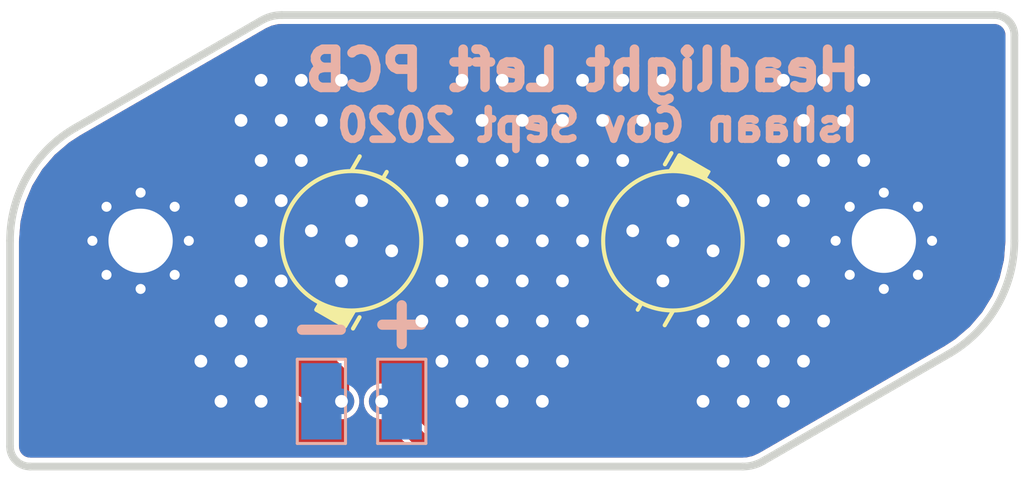
<source format=kicad_pcb>
(kicad_pcb (version 20171130) (host pcbnew "(5.1.4)-1")

  (general
    (thickness 1.6)
    (drawings 16)
    (tracks 106)
    (zones 0)
    (modules 6)
    (nets 5)
  )

  (page A4)
  (layers
    (0 F.Cu signal)
    (31 B.Cu signal)
    (32 B.Adhes user)
    (33 F.Adhes user)
    (34 B.Paste user)
    (35 F.Paste user)
    (36 B.SilkS user)
    (37 F.SilkS user)
    (38 B.Mask user)
    (39 F.Mask user)
    (40 Dwgs.User user)
    (41 Cmts.User user)
    (42 Eco1.User user)
    (43 Eco2.User user)
    (44 Edge.Cuts user)
    (45 Margin user)
    (46 B.CrtYd user)
    (47 F.CrtYd user)
    (48 B.Fab user)
    (49 F.Fab user)
  )

  (setup
    (last_trace_width 0.381)
    (user_trace_width 0.762)
    (trace_clearance 0.2032)
    (zone_clearance 0.254)
    (zone_45_only no)
    (trace_min 0.2032)
    (via_size 1.27)
    (via_drill 0.635)
    (via_min_size 0.635)
    (via_min_drill 0.381)
    (uvia_size 0.3)
    (uvia_drill 0.1)
    (uvias_allowed no)
    (uvia_min_size 0.2)
    (uvia_min_drill 0.1)
    (edge_width 0.05)
    (segment_width 0.2)
    (pcb_text_width 0.3)
    (pcb_text_size 1.5 1.5)
    (mod_edge_width 0.12)
    (mod_text_size 1 1)
    (mod_text_width 0.15)
    (pad_size 6.000001 6.000001)
    (pad_drill 0)
    (pad_to_mask_clearance 0.051)
    (solder_mask_min_width 0.25)
    (aux_axis_origin 0 0)
    (grid_origin 100 100)
    (visible_elements 7FFFFFFF)
    (pcbplotparams
      (layerselection 0x010fc_ffffffff)
      (usegerberextensions true)
      (usegerberattributes false)
      (usegerberadvancedattributes false)
      (creategerberjobfile true)
      (excludeedgelayer true)
      (linewidth 0.100000)
      (plotframeref false)
      (viasonmask false)
      (mode 1)
      (useauxorigin true)
      (hpglpennumber 1)
      (hpglpenspeed 20)
      (hpglpendiameter 15.000000)
      (psnegative false)
      (psa4output false)
      (plotreference false)
      (plotvalue false)
      (plotinvisibletext false)
      (padsonsilk false)
      (subtractmaskfromsilk false)
      (outputformat 1)
      (mirror false)
      (drillshape 0)
      (scaleselection 1)
      (outputdirectory "Headlight Left Gerbers 9-24-2244/"))
  )

  (net 0 "")
  (net 1 "Net-(D1-Pad1)")
  (net 2 /HEATSINK)
  (net 3 /A)
  (net 4 /K)

  (net_class Default "This is the default net class."
    (clearance 0.2032)
    (trace_width 0.381)
    (via_dia 1.27)
    (via_drill 0.635)
    (uvia_dia 0.3)
    (uvia_drill 0.1)
    (diff_pair_width 0.254)
    (diff_pair_gap 0.2032)
    (add_net /A)
    (add_net /HEATSINK)
    (add_net /K)
    (add_net "Net-(D1-Pad1)")
  )

  (module MountingHole:MountingHole_3.2mm_M3_Pad_Via (layer F.Cu) (tedit 5F65930B) (tstamp 5F65EF7B)
    (at 137 100)
    (descr "Mounting Hole 3.2mm, M3")
    (tags "mounting hole 3.2mm m3")
    (path /5F661358)
    (attr virtual)
    (fp_text reference H2 (at 0 -4.2) (layer F.SilkS) hide
      (effects (font (size 1 1) (thickness 0.15)))
    )
    (fp_text value M3 (at 0 4.2) (layer F.Fab) hide
      (effects (font (size 1 1) (thickness 0.15)))
    )
    (fp_circle (center 0 0) (end 3.45 0) (layer F.CrtYd) (width 0.05))
    (fp_circle (center 0 0) (end 3.2 0) (layer Cmts.User) (width 0.15))
    (fp_text user %R (at 0.3 0) (layer F.Fab) hide
      (effects (font (size 1 1) (thickness 0.15)))
    )
    (pad 1 thru_hole circle (at 1.697056 -1.697056) (size 0.8 0.8) (drill 0.5) (layers *.Cu *.Mask)
      (net 2 /HEATSINK))
    (pad 1 thru_hole circle (at 0 -2.4) (size 0.8 0.8) (drill 0.5) (layers *.Cu *.Mask)
      (net 2 /HEATSINK))
    (pad 1 thru_hole circle (at -1.697056 -1.697056) (size 0.8 0.8) (drill 0.5) (layers *.Cu *.Mask)
      (net 2 /HEATSINK))
    (pad 1 thru_hole circle (at -2.4 0) (size 0.8 0.8) (drill 0.5) (layers *.Cu *.Mask)
      (net 2 /HEATSINK))
    (pad 1 thru_hole circle (at -1.697056 1.697056) (size 0.8 0.8) (drill 0.5) (layers *.Cu *.Mask)
      (net 2 /HEATSINK))
    (pad 1 thru_hole circle (at 0 2.4) (size 0.8 0.8) (drill 0.5) (layers *.Cu *.Mask)
      (net 2 /HEATSINK))
    (pad 1 thru_hole circle (at 1.697056 1.697056) (size 0.8 0.8) (drill 0.5) (layers *.Cu *.Mask)
      (net 2 /HEATSINK))
    (pad 1 thru_hole circle (at 2.4 0) (size 0.8 0.8) (drill 0.5) (layers *.Cu *.Mask)
      (net 2 /HEATSINK))
    (pad 1 thru_hole circle (at 0 0) (size 6.4 6.4) (drill 3.2) (layers *.Cu *.Mask)
      (net 2 /HEATSINK) (zone_connect 2))
  )

  (module MountingHole:MountingHole_3.2mm_M3_Pad_Via (layer F.Cu) (tedit 5F6592FE) (tstamp 5F65EF6B)
    (at 100 100)
    (descr "Mounting Hole 3.2mm, M3")
    (tags "mounting hole 3.2mm m3")
    (path /5F660AE2)
    (attr virtual)
    (fp_text reference H1 (at 0 -4.2) (layer F.SilkS) hide
      (effects (font (size 1 1) (thickness 0.15)))
    )
    (fp_text value M3 (at 0 4.2) (layer F.Fab) hide
      (effects (font (size 1 1) (thickness 0.15)))
    )
    (fp_circle (center 0 0) (end 3.45 0) (layer F.CrtYd) (width 0.05))
    (fp_circle (center 0 0) (end 3.2 0) (layer Cmts.User) (width 0.15))
    (fp_text user %R (at 0.3 0) (layer F.Fab) hide
      (effects (font (size 1 1) (thickness 0.15)))
    )
    (pad 1 thru_hole circle (at 1.697056 -1.697056) (size 0.8 0.8) (drill 0.5) (layers *.Cu *.Mask)
      (net 2 /HEATSINK))
    (pad 1 thru_hole circle (at 0 -2.4) (size 0.8 0.8) (drill 0.5) (layers *.Cu *.Mask)
      (net 2 /HEATSINK))
    (pad 1 thru_hole circle (at -1.697056 -1.697056) (size 0.8 0.8) (drill 0.5) (layers *.Cu *.Mask)
      (net 2 /HEATSINK))
    (pad 1 thru_hole circle (at -2.4 0) (size 0.8 0.8) (drill 0.5) (layers *.Cu *.Mask)
      (net 2 /HEATSINK))
    (pad 1 thru_hole circle (at -1.697056 1.697056) (size 0.8 0.8) (drill 0.5) (layers *.Cu *.Mask)
      (net 2 /HEATSINK))
    (pad 1 thru_hole circle (at 0 2.4) (size 0.8 0.8) (drill 0.5) (layers *.Cu *.Mask)
      (net 2 /HEATSINK))
    (pad 1 thru_hole circle (at 1.697056 1.697056) (size 0.8 0.8) (drill 0.5) (layers *.Cu *.Mask)
      (net 2 /HEATSINK))
    (pad 1 thru_hole circle (at 2.4 0) (size 0.8 0.8) (drill 0.5) (layers *.Cu *.Mask)
      (net 2 /HEATSINK))
    (pad 1 thru_hole circle (at 0 0) (size 6.4 6.4) (drill 3.2) (layers *.Cu *.Mask)
      (net 2 /HEATSINK) (zone_connect 2))
  )

  (module TestPoint:TestPoint_Keystone_5019_Minature (layer B.Cu) (tedit 5A0F774F) (tstamp 5F65EBA2)
    (at 109 108 270)
    (descr "SMT Test Point- Micro Miniature 5019, http://www.keyelco.com/product-pdf.cfm?p=1357")
    (tags "Test Point")
    (path /5F65A56E)
    (attr smd)
    (fp_text reference J2 (at 0 2.25 270) (layer B.SilkS) hide
      (effects (font (size 1 1) (thickness 0.15)) (justify mirror))
    )
    (fp_text value Conn_01x01 (at 0 -2.25 270) (layer B.Fab) hide
      (effects (font (size 1 1) (thickness 0.15)) (justify mirror))
    )
    (fp_line (start -2.1 -1.2) (end -2.1 1.2) (layer B.SilkS) (width 0.15))
    (fp_line (start 2.1 -1.2) (end -2.1 -1.2) (layer B.SilkS) (width 0.15))
    (fp_line (start 2.1 1.2) (end 2.1 -1.2) (layer B.SilkS) (width 0.15))
    (fp_line (start -2.1 1.2) (end 2.1 1.2) (layer B.SilkS) (width 0.15))
    (fp_line (start -2.35 -1.45) (end -2.35 1.45) (layer B.CrtYd) (width 0.05))
    (fp_line (start 2.35 -1.45) (end -2.35 -1.45) (layer B.CrtYd) (width 0.05))
    (fp_line (start 2.35 1.45) (end 2.35 -1.45) (layer B.CrtYd) (width 0.05))
    (fp_line (start -2.35 1.45) (end 2.35 1.45) (layer B.CrtYd) (width 0.05))
    (fp_line (start 1.25 0.5) (end 1.25 1) (layer B.Fab) (width 0.15))
    (fp_line (start 1.75 0.5) (end 1.25 0.5) (layer B.Fab) (width 0.15))
    (fp_line (start 1.9 -0.5) (end 1.9 0.5) (layer B.Fab) (width 0.15))
    (fp_line (start 1.25 -0.5) (end 1.75 -0.5) (layer B.Fab) (width 0.15))
    (fp_line (start 1.25 -1) (end 1.25 -0.5) (layer B.Fab) (width 0.15))
    (fp_line (start -1.25 -1) (end 1.25 -1) (layer B.Fab) (width 0.15))
    (fp_line (start -1.25 -0.5) (end -1.25 -1) (layer B.Fab) (width 0.15))
    (fp_line (start -1.75 -0.5) (end -1.25 -0.5) (layer B.Fab) (width 0.15))
    (fp_line (start -1.9 0.5) (end -1.9 -0.5) (layer B.Fab) (width 0.15))
    (fp_line (start -1.25 0.5) (end -1.75 0.5) (layer B.Fab) (width 0.15))
    (fp_line (start -1.25 1) (end -1.25 0.5) (layer B.Fab) (width 0.15))
    (fp_line (start 1.25 1) (end -1.25 1) (layer B.Fab) (width 0.15))
    (fp_line (start 1.9 -0.5) (end -1.9 -0.5) (layer B.Fab) (width 0.15))
    (fp_line (start -1.9 0.5) (end 1.9 0.5) (layer B.Fab) (width 0.15))
    (fp_line (start 0 1) (end 0 0.5) (layer B.Fab) (width 0.15))
    (fp_line (start 0 -0.5) (end 0 -1) (layer B.Fab) (width 0.15))
    (fp_text user %R (at 0 0 270) (layer B.Fab) hide
      (effects (font (size 0.9 0.9) (thickness 0.135)) (justify mirror))
    )
    (pad 1 smd rect (at 0 0 270) (size 3.8 2) (layers B.Cu B.Paste B.Mask)
      (net 4 /K))
    (model ${KISYS3DMOD}/TestPoint.3dshapes/TestPoint_Keystone_5019_Minature.wrl
      (at (xyz 0 0 0))
      (scale (xyz 1 1 1))
      (rotate (xyz 0 0 0))
    )
  )

  (module TestPoint:TestPoint_Keystone_5019_Minature (layer B.Cu) (tedit 5A0F774F) (tstamp 5F65EB95)
    (at 113 108 270)
    (descr "SMT Test Point- Micro Miniature 5019, http://www.keyelco.com/product-pdf.cfm?p=1357")
    (tags "Test Point")
    (path /5F65AC0F)
    (attr smd)
    (fp_text reference J1 (at 0 2.25 270) (layer B.SilkS) hide
      (effects (font (size 1 1) (thickness 0.15)) (justify mirror))
    )
    (fp_text value Conn_01x01 (at 0 -2.25 270) (layer B.Fab) hide
      (effects (font (size 1 1) (thickness 0.15)) (justify mirror))
    )
    (fp_text user %R (at 0 0 270) (layer B.Fab) hide
      (effects (font (size 0.9 0.9) (thickness 0.135)) (justify mirror))
    )
    (fp_line (start 0 -0.5) (end 0 -1) (layer B.Fab) (width 0.15))
    (fp_line (start 0 1) (end 0 0.5) (layer B.Fab) (width 0.15))
    (fp_line (start -1.9 0.5) (end 1.9 0.5) (layer B.Fab) (width 0.15))
    (fp_line (start 1.9 -0.5) (end -1.9 -0.5) (layer B.Fab) (width 0.15))
    (fp_line (start 1.25 1) (end -1.25 1) (layer B.Fab) (width 0.15))
    (fp_line (start -1.25 1) (end -1.25 0.5) (layer B.Fab) (width 0.15))
    (fp_line (start -1.25 0.5) (end -1.75 0.5) (layer B.Fab) (width 0.15))
    (fp_line (start -1.9 0.5) (end -1.9 -0.5) (layer B.Fab) (width 0.15))
    (fp_line (start -1.75 -0.5) (end -1.25 -0.5) (layer B.Fab) (width 0.15))
    (fp_line (start -1.25 -0.5) (end -1.25 -1) (layer B.Fab) (width 0.15))
    (fp_line (start -1.25 -1) (end 1.25 -1) (layer B.Fab) (width 0.15))
    (fp_line (start 1.25 -1) (end 1.25 -0.5) (layer B.Fab) (width 0.15))
    (fp_line (start 1.25 -0.5) (end 1.75 -0.5) (layer B.Fab) (width 0.15))
    (fp_line (start 1.9 -0.5) (end 1.9 0.5) (layer B.Fab) (width 0.15))
    (fp_line (start 1.75 0.5) (end 1.25 0.5) (layer B.Fab) (width 0.15))
    (fp_line (start 1.25 0.5) (end 1.25 1) (layer B.Fab) (width 0.15))
    (fp_line (start -2.35 1.45) (end 2.35 1.45) (layer B.CrtYd) (width 0.05))
    (fp_line (start 2.35 1.45) (end 2.35 -1.45) (layer B.CrtYd) (width 0.05))
    (fp_line (start 2.35 -1.45) (end -2.35 -1.45) (layer B.CrtYd) (width 0.05))
    (fp_line (start -2.35 -1.45) (end -2.35 1.45) (layer B.CrtYd) (width 0.05))
    (fp_line (start -2.1 1.2) (end 2.1 1.2) (layer B.SilkS) (width 0.15))
    (fp_line (start 2.1 1.2) (end 2.1 -1.2) (layer B.SilkS) (width 0.15))
    (fp_line (start 2.1 -1.2) (end -2.1 -1.2) (layer B.SilkS) (width 0.15))
    (fp_line (start -2.1 -1.2) (end -2.1 1.2) (layer B.SilkS) (width 0.15))
    (pad 1 smd rect (at 0 0 270) (size 3.8 2) (layers B.Cu B.Paste B.Mask)
      (net 3 /A))
    (model ${KISYS3DMOD}/TestPoint.3dshapes/TestPoint_Keystone_5019_Minature.wrl
      (at (xyz 0 0 0))
      (scale (xyz 1 1 1))
      (rotate (xyz 0 0 0))
    )
  )

  (module Custom-DiscreteSemi:1W_LED (layer F.Cu) (tedit 5F659648) (tstamp 5F65EB88)
    (at 110.5 100 240)
    (path /5F6594FB)
    (fp_text reference D2 (at 0 4.95 60) (layer F.SilkS) hide
      (effects (font (size 1 1) (thickness 0.15)))
    )
    (fp_text value LED_PAD (at 0 -5 60) (layer F.Fab) hide
      (effects (font (size 1 1) (thickness 0.15)))
    )
    (fp_line (start 3.1 -2.25) (end 3.75 -2.25) (layer F.SilkS) (width 0.2032))
    (fp_poly (pts (xy 3 -1.85) (xy 3.4 -1.05) (xy 3.5 -0.2) (xy 3.85 -0.2)
      (xy 3.85 -1.85) (xy 2.95 -1.85)) (layer F.SilkS) (width 0.2032))
    (fp_line (start 3 -1.85) (end 3.85 -1.85) (layer F.SilkS) (width 0.2032))
    (fp_line (start 3.5 -0.2) (end 3.85 -0.2) (layer F.SilkS) (width 0.2032))
    (fp_line (start -3.5 0.2) (end -3.85 0.2) (layer F.SilkS) (width 0.2032))
    (fp_line (start -3.05 1.75) (end -3.85 1.75) (layer F.SilkS) (width 0.2032))
    (fp_circle (center 0 0) (end 3.473111 0) (layer F.SilkS) (width 0.2032))
    (pad 1 smd roundrect (at 6 -1 240) (size 4 2.75) (layers F.Cu F.Paste F.Mask) (roundrect_rratio 0.125)
      (net 4 /K))
    (pad 2 smd roundrect (at -6 1 240) (size 4 2.75) (layers F.Cu F.Paste F.Mask) (roundrect_rratio 0.125)
      (net 1 "Net-(D1-Pad1)"))
    (pad 3 smd circle (at 0 0 240) (size 6.000001 6.000001) (layers F.Cu F.Paste F.Mask)
      (net 2 /HEATSINK) (zone_connect 2))
    (model ":CUSTOM_3D:1W LED.stp"
      (at (xyz 0 0 0))
      (scale (xyz 1 1 1))
      (rotate (xyz 0 0 0))
    )
  )

  (module Custom-DiscreteSemi:1W_LED (layer F.Cu) (tedit 5F65964E) (tstamp 5F65EB7A)
    (at 126.5 100 60)
    (path /5F658E5D)
    (fp_text reference D1 (at 0 4.95 60) (layer F.SilkS) hide
      (effects (font (size 1 1) (thickness 0.15)))
    )
    (fp_text value LED_PAD (at 0 -5 60) (layer F.Fab) hide
      (effects (font (size 1 1) (thickness 0.15)))
    )
    (fp_line (start 3.1 -2.25) (end 3.75 -2.25) (layer F.SilkS) (width 0.2032))
    (fp_poly (pts (xy 3 -1.85) (xy 3.4 -1.05) (xy 3.5 -0.2) (xy 3.85 -0.2)
      (xy 3.85 -1.85) (xy 2.95 -1.85)) (layer F.SilkS) (width 0.2032))
    (fp_line (start 3 -1.85) (end 3.85 -1.85) (layer F.SilkS) (width 0.2032))
    (fp_line (start 3.5 -0.2) (end 3.85 -0.2) (layer F.SilkS) (width 0.2032))
    (fp_line (start -3.5 0.2) (end -3.85 0.2) (layer F.SilkS) (width 0.2032))
    (fp_line (start -3.05 1.75) (end -3.85 1.75) (layer F.SilkS) (width 0.2032))
    (fp_circle (center 0 0) (end 3.473111 0) (layer F.SilkS) (width 0.2032))
    (pad 1 smd roundrect (at 6 -1 60) (size 4 2.75) (layers F.Cu F.Paste F.Mask) (roundrect_rratio 0.125)
      (net 1 "Net-(D1-Pad1)"))
    (pad 2 smd roundrect (at -6 1 60) (size 4 2.75) (layers F.Cu F.Paste F.Mask) (roundrect_rratio 0.125)
      (net 3 /A))
    (pad 3 smd circle (at 0 0 60) (size 6.000001 6.000001) (layers F.Cu F.Paste F.Mask)
      (net 2 /HEATSINK) (zone_connect 2))
    (model ":CUSTOM_3D:1W LED.stp"
      (at (xyz 0 0 0))
      (scale (xyz 1 1 1))
      (rotate (xyz 0 0 0))
    )
  )

  (gr_text "Ishaan Gov Sept 2020" (at 122.75 94.25) (layer B.SilkS)
    (effects (font (size 1.524 1.524) (thickness 0.381)) (justify mirror))
  )
  (gr_text "Headlight Left PCB" (at 122 91.5) (layer B.SilkS)
    (effects (font (size 1.905 1.905) (thickness 0.47625)) (justify mirror))
  )
  (gr_text + (at 113 104) (layer B.SilkS)
    (effects (font (size 2.54 2.54) (thickness 0.508)) (justify mirror))
  )
  (gr_text - (at 109 104.25) (layer B.SilkS)
    (effects (font (size 2.54 2.54) (thickness 0.508)) (justify mirror))
  )
  (gr_line (start 142.5 88.75) (end 107.02147 88.75) (layer Edge.Cuts) (width 0.381))
  (gr_arc (start 129.97853 109.249999) (end 129.97853 111.25) (angle -30) (layer Edge.Cuts) (width 0.381))
  (gr_arc (start 107.02147 90.750001) (end 107.02147 88.75) (angle -30) (layer Edge.Cuts) (width 0.381))
  (gr_line (start 143.5 100) (end 143.5 89.75) (layer Edge.Cuts) (width 0.381))
  (gr_line (start 93.5 100) (end 93.5 110.25) (layer Edge.Cuts) (width 0.381))
  (gr_line (start 94.5 111.25) (end 129.97853 111.25) (layer Edge.Cuts) (width 0.381))
  (gr_arc (start 137 100) (end 140.25 105.629165) (angle -60) (layer Edge.Cuts) (width 0.381))
  (gr_arc (start 94.5 110.25) (end 93.5 110.25) (angle -90) (layer Edge.Cuts) (width 0.381))
  (gr_arc (start 100 100) (end 96.75 94.370835) (angle -60) (layer Edge.Cuts) (width 0.381))
  (gr_line (start 130.97853 110.98205) (end 140.25 105.629165) (layer Edge.Cuts) (width 0.381))
  (gr_arc (start 142.5 89.75) (end 143.5 89.75) (angle -90) (layer Edge.Cuts) (width 0.381))
  (gr_line (start 106.02147 89.01795) (end 96.75 94.370835) (layer Edge.Cuts) (width 0.381))

  (segment (start 128.633975 90.883975) (end 128.633975 94.303848) (width 0.762) (layer F.Cu) (net 1))
  (segment (start 127.75 90) (end 128.633975 90.883975) (width 0.762) (layer F.Cu) (net 1))
  (segment (start 113.5 90) (end 127.75 90) (width 0.762) (layer F.Cu) (net 1))
  (segment (start 112.633975 94.303848) (end 112.633975 90.866025) (width 0.762) (layer F.Cu) (net 1))
  (segment (start 112.633975 90.866025) (end 113.5 90) (width 0.762) (layer F.Cu) (net 1))
  (via (at 108.5 99.5) (size 1.27) (drill 0.635) (layers F.Cu B.Cu) (net 2))
  (via (at 112.5 100.5) (size 1.27) (drill 0.635) (layers F.Cu B.Cu) (net 2))
  (via (at 124.5 99.5) (size 1.27) (drill 0.635) (layers F.Cu B.Cu) (net 2))
  (via (at 128.5 100.5) (size 1.27) (drill 0.635) (layers F.Cu B.Cu) (net 2))
  (via (at 126.5 100) (size 1.27) (drill 0.635) (layers F.Cu B.Cu) (net 2))
  (via (at 110.5 100) (size 1.27) (drill 0.635) (layers F.Cu B.Cu) (net 2))
  (via (at 126 102) (size 1.27) (drill 0.635) (layers F.Cu B.Cu) (net 2))
  (via (at 127 98) (size 1.27) (drill 0.635) (layers F.Cu B.Cu) (net 2))
  (via (at 110 102) (size 1.27) (drill 0.635) (layers F.Cu B.Cu) (net 2))
  (via (at 111 98) (size 1.27) (drill 0.635) (layers F.Cu B.Cu) (net 2))
  (via (at 116 92) (size 1.27) (drill 0.635) (layers F.Cu B.Cu) (net 2))
  (via (at 118 92) (size 1.27) (drill 0.635) (layers F.Cu B.Cu) (net 2))
  (via (at 120 92) (size 1.27) (drill 0.635) (layers F.Cu B.Cu) (net 2))
  (via (at 122 92) (size 1.27) (drill 0.635) (layers F.Cu B.Cu) (net 2))
  (via (at 124 92) (size 1.27) (drill 0.635) (layers F.Cu B.Cu) (net 2))
  (via (at 126 92) (size 1.27) (drill 0.635) (layers F.Cu B.Cu) (net 2))
  (via (at 125 94) (size 1.27) (drill 0.635) (layers F.Cu B.Cu) (net 2))
  (via (at 123 94) (size 1.27) (drill 0.635) (layers F.Cu B.Cu) (net 2))
  (via (at 121 94) (size 1.27) (drill 0.635) (layers F.Cu B.Cu) (net 2))
  (via (at 119 94) (size 1.27) (drill 0.635) (layers F.Cu B.Cu) (net 2))
  (via (at 117 94) (size 1.27) (drill 0.635) (layers F.Cu B.Cu) (net 2))
  (via (at 116 96) (size 1.27) (drill 0.635) (layers F.Cu B.Cu) (net 2))
  (via (at 118 96) (size 1.27) (drill 0.635) (layers F.Cu B.Cu) (net 2))
  (via (at 120 96) (size 1.27) (drill 0.635) (layers F.Cu B.Cu) (net 2))
  (via (at 122 96) (size 1.27) (drill 0.635) (layers F.Cu B.Cu) (net 2))
  (via (at 124 96) (size 1.27) (drill 0.635) (layers F.Cu B.Cu) (net 2))
  (via (at 121 98) (size 1.27) (drill 0.635) (layers F.Cu B.Cu) (net 2))
  (via (at 119 98) (size 1.27) (drill 0.635) (layers F.Cu B.Cu) (net 2))
  (via (at 117 98) (size 1.27) (drill 0.635) (layers F.Cu B.Cu) (net 2))
  (via (at 115 98) (size 1.27) (drill 0.635) (layers F.Cu B.Cu) (net 2))
  (via (at 116 100) (size 1.27) (drill 0.635) (layers F.Cu B.Cu) (net 2))
  (via (at 118 100) (size 1.27) (drill 0.635) (layers F.Cu B.Cu) (net 2))
  (via (at 120 100) (size 1.27) (drill 0.635) (layers F.Cu B.Cu) (net 2))
  (via (at 122 100) (size 1.27) (drill 0.635) (layers F.Cu B.Cu) (net 2))
  (via (at 121 102) (size 1.27) (drill 0.635) (layers F.Cu B.Cu) (net 2))
  (via (at 119 102) (size 1.27) (drill 0.635) (layers F.Cu B.Cu) (net 2))
  (via (at 117 102) (size 1.27) (drill 0.635) (layers F.Cu B.Cu) (net 2))
  (via (at 115 102) (size 1.27) (drill 0.635) (layers F.Cu B.Cu) (net 2))
  (via (at 114 104) (size 1.27) (drill 0.635) (layers F.Cu B.Cu) (net 2))
  (via (at 116 104) (size 1.27) (drill 0.635) (layers F.Cu B.Cu) (net 2))
  (via (at 118 104) (size 1.27) (drill 0.635) (layers F.Cu B.Cu) (net 2))
  (via (at 120 104) (size 1.27) (drill 0.635) (layers F.Cu B.Cu) (net 2))
  (via (at 122 104) (size 1.27) (drill 0.635) (layers F.Cu B.Cu) (net 2))
  (via (at 121 106) (size 1.27) (drill 0.635) (layers F.Cu B.Cu) (net 2))
  (via (at 119 106) (size 1.27) (drill 0.635) (layers F.Cu B.Cu) (net 2))
  (via (at 117 106) (size 1.27) (drill 0.635) (layers F.Cu B.Cu) (net 2))
  (via (at 115 106) (size 1.27) (drill 0.635) (layers F.Cu B.Cu) (net 2))
  (via (at 116 108) (size 1.27) (drill 0.635) (layers F.Cu B.Cu) (net 2))
  (via (at 118 108) (size 1.27) (drill 0.635) (layers F.Cu B.Cu) (net 2))
  (via (at 120 108) (size 1.27) (drill 0.635) (layers F.Cu B.Cu) (net 2))
  (via (at 110 92) (size 1.27) (drill 0.635) (layers F.Cu B.Cu) (net 2))
  (via (at 109 94) (size 1.27) (drill 0.635) (layers F.Cu B.Cu) (net 2))
  (via (at 108 92) (size 1.27) (drill 0.635) (layers F.Cu B.Cu) (net 2))
  (via (at 107 94) (size 1.27) (drill 0.635) (layers F.Cu B.Cu) (net 2))
  (via (at 106 92) (size 1.27) (drill 0.635) (layers F.Cu B.Cu) (net 2))
  (via (at 105 94) (size 1.27) (drill 0.635) (layers F.Cu B.Cu) (net 2))
  (via (at 106 96) (size 1.27) (drill 0.635) (layers F.Cu B.Cu) (net 2))
  (via (at 108 96) (size 1.27) (drill 0.635) (layers F.Cu B.Cu) (net 2))
  (via (at 107 98) (size 1.27) (drill 0.635) (layers F.Cu B.Cu) (net 2))
  (via (at 105 98) (size 1.27) (drill 0.635) (layers F.Cu B.Cu) (net 2))
  (via (at 106 100) (size 1.27) (drill 0.635) (layers F.Cu B.Cu) (net 2))
  (via (at 105 102) (size 1.27) (drill 0.635) (layers F.Cu B.Cu) (net 2))
  (via (at 107 102) (size 1.27) (drill 0.635) (layers F.Cu B.Cu) (net 2))
  (via (at 106 104) (size 1.27) (drill 0.635) (layers F.Cu B.Cu) (net 2))
  (via (at 105 106) (size 1.27) (drill 0.635) (layers F.Cu B.Cu) (net 2))
  (via (at 106 108) (size 1.27) (drill 0.635) (layers F.Cu B.Cu) (net 2))
  (via (at 132 92) (size 1.27) (drill 0.635) (layers F.Cu B.Cu) (net 2))
  (via (at 134 92) (size 1.27) (drill 0.635) (layers F.Cu B.Cu) (net 2))
  (via (at 133 94) (size 1.27) (drill 0.635) (layers F.Cu B.Cu) (net 2))
  (via (at 135 94) (size 1.27) (drill 0.635) (layers F.Cu B.Cu) (net 2))
  (via (at 136 92) (size 1.27) (drill 0.635) (layers F.Cu B.Cu) (net 2))
  (via (at 134 96) (size 1.27) (drill 0.635) (layers F.Cu B.Cu) (net 2))
  (via (at 136 96) (size 1.27) (drill 0.635) (layers F.Cu B.Cu) (net 2))
  (via (at 132 96) (size 1.27) (drill 0.635) (layers F.Cu B.Cu) (net 2))
  (via (at 131 98) (size 1.27) (drill 0.635) (layers F.Cu B.Cu) (net 2))
  (via (at 133 98) (size 1.27) (drill 0.635) (layers F.Cu B.Cu) (net 2))
  (via (at 132 100) (size 1.27) (drill 0.635) (layers F.Cu B.Cu) (net 2))
  (via (at 133 102) (size 1.27) (drill 0.635) (layers F.Cu B.Cu) (net 2))
  (via (at 131 102) (size 1.27) (drill 0.635) (layers F.Cu B.Cu) (net 2))
  (via (at 132 104) (size 1.27) (drill 0.635) (layers F.Cu B.Cu) (net 2))
  (via (at 130 104) (size 1.27) (drill 0.635) (layers F.Cu B.Cu) (net 2))
  (via (at 134 104) (size 1.27) (drill 0.635) (layers F.Cu B.Cu) (net 2))
  (via (at 128 104) (size 1.27) (drill 0.635) (layers F.Cu B.Cu) (net 2))
  (via (at 129 106) (size 1.27) (drill 0.635) (layers F.Cu B.Cu) (net 2))
  (via (at 131 106) (size 1.27) (drill 0.635) (layers F.Cu B.Cu) (net 2))
  (via (at 133 106) (size 1.27) (drill 0.635) (layers F.Cu B.Cu) (net 2))
  (via (at 132 108) (size 1.27) (drill 0.635) (layers F.Cu B.Cu) (net 2))
  (via (at 130 108) (size 1.27) (drill 0.635) (layers F.Cu B.Cu) (net 2))
  (via (at 128 108) (size 1.27) (drill 0.635) (layers F.Cu B.Cu) (net 2))
  (via (at 104 104) (size 1.27) (drill 0.635) (layers F.Cu B.Cu) (net 2))
  (via (at 104 108) (size 1.27) (drill 0.635) (layers F.Cu B.Cu) (net 2))
  (via (at 103 106) (size 1.27) (drill 0.635) (layers F.Cu B.Cu) (net 2))
  (via (at 112 108) (size 1.27) (drill 0.635) (layers F.Cu B.Cu) (net 3))
  (segment (start 114 110) (end 112 108) (width 0.762) (layer F.Cu) (net 3))
  (segment (start 123.75 110) (end 114 110) (width 0.762) (layer F.Cu) (net 3))
  (segment (start 124.366025 105.696152) (end 124.366025 109.383975) (width 0.762) (layer F.Cu) (net 3))
  (segment (start 124.366025 109.383975) (end 123.75 110) (width 0.762) (layer F.Cu) (net 3))
  (via (at 110 108) (size 1.27) (drill 0.635) (layers F.Cu B.Cu) (net 4))
  (segment (start 110 106.75) (end 110 108) (width 0.762) (layer F.Cu) (net 4))
  (segment (start 108.366025 105.696152) (end 108.946152 105.696152) (width 0.762) (layer F.Cu) (net 4))
  (segment (start 108.946152 105.696152) (end 110 106.75) (width 0.762) (layer F.Cu) (net 4))

  (zone (net 2) (net_name /HEATSINK) (layer F.Cu) (tstamp 0) (hatch edge 0.508)
    (connect_pads (clearance 0.254))
    (min_thickness 0.1524)
    (fill yes (arc_segments 32) (thermal_gap 0.254) (thermal_bridge_width 1.27))
    (polygon
      (pts
        (xy 93 88) (xy 144 88) (xy 144 112) (xy 93 112)
      )
    )
    (filled_polygon
      (pts
        (xy 142.592613 89.282278) (xy 142.681695 89.309173) (xy 142.763856 89.352859) (xy 142.835974 89.411677) (xy 142.895289 89.483376)
        (xy 142.939546 89.565228) (xy 142.967065 89.65413) (xy 142.979301 89.770542) (xy 142.9793 99.979539) (xy 142.904094 100.935118)
        (xy 142.68512 101.847208) (xy 142.326161 102.713812) (xy 141.836051 103.513599) (xy 141.226868 104.226863) (xy 140.50839 104.840501)
        (xy 139.977826 105.185052) (xy 130.740239 110.518376) (xy 130.454452 110.648015) (xy 130.165816 110.715713) (xy 129.96126 110.7293)
        (xy 94.525467 110.7293) (xy 94.407387 110.717722) (xy 94.318306 110.690827) (xy 94.236143 110.647141) (xy 94.164026 110.588323)
        (xy 94.104711 110.516624) (xy 94.060455 110.434773) (xy 94.032935 110.34587) (xy 94.0207 110.229466) (xy 94.0207 106.659065)
        (xy 105.97071 106.659065) (xy 105.992283 106.789727) (xy 106.038931 106.913669) (xy 106.108864 107.026129) (xy 106.199392 107.122785)
        (xy 106.307038 107.199923) (xy 108.093216 108.231173) (xy 108.213842 108.285828) (xy 108.342813 108.3159) (xy 108.475172 108.320233)
        (xy 108.605834 108.29866) (xy 108.729776 108.252012) (xy 108.842236 108.182079) (xy 108.938892 108.091551) (xy 109.01603 107.983905)
        (xy 109.0348 107.951394) (xy 109.0348 108.095064) (xy 109.071892 108.281538) (xy 109.144651 108.457194) (xy 109.25028 108.615279)
        (xy 109.384721 108.74972) (xy 109.542806 108.855349) (xy 109.718462 108.928108) (xy 109.904936 108.9652) (xy 110.095064 108.9652)
        (xy 110.281538 108.928108) (xy 110.457194 108.855349) (xy 110.615279 108.74972) (xy 110.74972 108.615279) (xy 110.855349 108.457194)
        (xy 110.928108 108.281538) (xy 110.9652 108.095064) (xy 110.9652 107.904936) (xy 111.0348 107.904936) (xy 111.0348 108.095064)
        (xy 111.071892 108.281538) (xy 111.144651 108.457194) (xy 111.25028 108.615279) (xy 111.384721 108.74972) (xy 111.542806 108.855349)
        (xy 111.718462 108.928108) (xy 111.904936 108.9652) (xy 111.959413 108.9652) (xy 113.472403 110.478191) (xy 113.494673 110.505327)
        (xy 113.602967 110.594202) (xy 113.726519 110.660242) (xy 113.86058 110.700909) (xy 113.965064 110.7112) (xy 113.965073 110.7112)
        (xy 113.999999 110.71464) (xy 114.034925 110.7112) (xy 123.715074 110.7112) (xy 123.75 110.71464) (xy 123.784926 110.7112)
        (xy 123.784936 110.7112) (xy 123.88942 110.700909) (xy 124.023481 110.660242) (xy 124.147033 110.594202) (xy 124.255327 110.505327)
        (xy 124.277601 110.478186) (xy 124.844215 109.911573) (xy 124.871352 109.889302) (xy 124.960227 109.781008) (xy 125.026267 109.657456)
        (xy 125.066934 109.523395) (xy 125.077225 109.418911) (xy 125.077225 109.418904) (xy 125.080665 109.383975) (xy 125.077225 109.349047)
        (xy 125.077225 107.877912) (xy 126.67228 105.115195) (xy 126.726935 104.994569) (xy 126.757007 104.865598) (xy 126.76134 104.733239)
        (xy 126.739767 104.602577) (xy 126.693119 104.478635) (xy 126.623186 104.366175) (xy 126.532658 104.269519) (xy 126.425012 104.192381)
        (xy 124.638834 103.161131) (xy 124.518208 103.106476) (xy 124.389237 103.076404) (xy 124.256878 103.072071) (xy 124.126216 103.093644)
        (xy 124.002274 103.140292) (xy 123.889814 103.210225) (xy 123.793158 103.300753) (xy 123.71602 103.408399) (xy 122.05977 106.277109)
        (xy 122.005115 106.397735) (xy 121.975043 106.526706) (xy 121.97071 106.659065) (xy 121.992283 106.789727) (xy 122.038931 106.913669)
        (xy 122.108864 107.026129) (xy 122.199392 107.122785) (xy 122.307038 107.199923) (xy 123.654826 107.978068) (xy 123.654826 109.089386)
        (xy 123.455413 109.2888) (xy 114.294588 109.2888) (xy 112.9652 107.959413) (xy 112.9652 107.904936) (xy 112.928108 107.718462)
        (xy 112.855349 107.542806) (xy 112.74972 107.384721) (xy 112.615279 107.25028) (xy 112.457194 107.144651) (xy 112.281538 107.071892)
        (xy 112.095064 107.0348) (xy 111.904936 107.0348) (xy 111.718462 107.071892) (xy 111.542806 107.144651) (xy 111.384721 107.25028)
        (xy 111.25028 107.384721) (xy 111.144651 107.542806) (xy 111.071892 107.718462) (xy 111.0348 107.904936) (xy 110.9652 107.904936)
        (xy 110.928108 107.718462) (xy 110.855349 107.542806) (xy 110.74972 107.384721) (xy 110.7112 107.346201) (xy 110.7112 106.784925)
        (xy 110.71464 106.749999) (xy 110.7112 106.715073) (xy 110.7112 106.715064) (xy 110.700909 106.61058) (xy 110.660242 106.476519)
        (xy 110.594202 106.352967) (xy 110.527597 106.271809) (xy 110.527593 106.271805) (xy 110.505326 106.244673) (xy 110.478195 106.222407)
        (xy 110.195972 105.940185) (xy 110.67228 105.115195) (xy 110.726935 104.994569) (xy 110.757007 104.865598) (xy 110.76134 104.733239)
        (xy 110.739767 104.602577) (xy 110.693119 104.478635) (xy 110.623186 104.366175) (xy 110.532658 104.269519) (xy 110.425012 104.192381)
        (xy 108.638834 103.161131) (xy 108.518208 103.106476) (xy 108.389237 103.076404) (xy 108.256878 103.072071) (xy 108.126216 103.093644)
        (xy 108.002274 103.140292) (xy 107.889814 103.210225) (xy 107.793158 103.300753) (xy 107.71602 103.408399) (xy 106.05977 106.277109)
        (xy 106.005115 106.397735) (xy 105.975043 106.526706) (xy 105.97071 106.659065) (xy 94.0207 106.659065) (xy 94.0207 103.028457)
        (xy 99.829466 103.028457) (xy 99.87495 103.122998) (xy 100.018402 103.133502) (xy 100.12505 103.122998) (xy 100.170534 103.028457)
        (xy 136.829466 103.028457) (xy 136.87495 103.122998) (xy 137.018402 103.133502) (xy 137.12505 103.122998) (xy 137.170534 103.028457)
        (xy 137 102.857922) (xy 136.829466 103.028457) (xy 100.170534 103.028457) (xy 100 102.857922) (xy 99.829466 103.028457)
        (xy 94.0207 103.028457) (xy 94.0207 102.325513) (xy 98.13241 102.325513) (xy 98.177894 102.420054) (xy 98.321346 102.430558)
        (xy 98.427994 102.420054) (xy 98.428788 102.418402) (xy 99.266498 102.418402) (xy 99.277002 102.52505) (xy 99.371543 102.570534)
        (xy 99.542078 102.4) (xy 100.457922 102.4) (xy 100.628457 102.570534) (xy 100.722998 102.52505) (xy 100.733502 102.381598)
        (xy 100.727979 102.325513) (xy 101.526522 102.325513) (xy 101.572006 102.420054) (xy 101.715458 102.430558) (xy 101.822106 102.420054)
        (xy 101.86759 102.325513) (xy 135.13241 102.325513) (xy 135.177894 102.420054) (xy 135.321346 102.430558) (xy 135.427994 102.420054)
        (xy 135.428788 102.418402) (xy 136.266498 102.418402) (xy 136.277002 102.52505) (xy 136.371543 102.570534) (xy 136.542078 102.4)
        (xy 137.457922 102.4) (xy 137.628457 102.570534) (xy 137.722998 102.52505) (xy 137.733502 102.381598) (xy 137.727979 102.325513)
        (xy 138.526522 102.325513) (xy 138.572006 102.420054) (xy 138.715458 102.430558) (xy 138.822106 102.420054) (xy 138.86759 102.325513)
        (xy 138.697056 102.154978) (xy 138.526522 102.325513) (xy 137.727979 102.325513) (xy 137.722998 102.27495) (xy 137.628457 102.229466)
        (xy 137.457922 102.4) (xy 136.542078 102.4) (xy 136.371543 102.229466) (xy 136.277002 102.27495) (xy 136.266498 102.418402)
        (xy 135.428788 102.418402) (xy 135.473478 102.325513) (xy 135.302944 102.154978) (xy 135.13241 102.325513) (xy 101.86759 102.325513)
        (xy 101.697056 102.154978) (xy 101.526522 102.325513) (xy 100.727979 102.325513) (xy 100.722998 102.27495) (xy 100.628457 102.229466)
        (xy 100.457922 102.4) (xy 99.542078 102.4) (xy 99.371543 102.229466) (xy 99.277002 102.27495) (xy 99.266498 102.418402)
        (xy 98.428788 102.418402) (xy 98.473478 102.325513) (xy 98.302944 102.154978) (xy 98.13241 102.325513) (xy 94.0207 102.325513)
        (xy 94.0207 101.715458) (xy 97.569442 101.715458) (xy 97.579946 101.822106) (xy 97.674487 101.86759) (xy 97.845022 101.697056)
        (xy 98.760866 101.697056) (xy 98.931401 101.86759) (xy 99.025942 101.822106) (xy 99.029644 101.771543) (xy 99.829466 101.771543)
        (xy 100 101.942078) (xy 100.170534 101.771543) (xy 100.143552 101.715458) (xy 100.963554 101.715458) (xy 100.974058 101.822106)
        (xy 101.068599 101.86759) (xy 101.239134 101.697056) (xy 102.154978 101.697056) (xy 102.325513 101.86759) (xy 102.420054 101.822106)
        (xy 102.427863 101.715458) (xy 134.569442 101.715458) (xy 134.579946 101.822106) (xy 134.674487 101.86759) (xy 134.845022 101.697056)
        (xy 135.760866 101.697056) (xy 135.931401 101.86759) (xy 136.025942 101.822106) (xy 136.029644 101.771543) (xy 136.829466 101.771543)
        (xy 137 101.942078) (xy 137.170534 101.771543) (xy 137.143552 101.715458) (xy 137.963554 101.715458) (xy 137.974058 101.822106)
        (xy 138.068599 101.86759) (xy 138.239134 101.697056) (xy 139.154978 101.697056) (xy 139.325513 101.86759) (xy 139.420054 101.822106)
        (xy 139.430558 101.678654) (xy 139.420054 101.572006) (xy 139.325513 101.526522) (xy 139.154978 101.697056) (xy 138.239134 101.697056)
        (xy 138.068599 101.526522) (xy 137.974058 101.572006) (xy 137.963554 101.715458) (xy 137.143552 101.715458) (xy 137.12505 101.677002)
        (xy 136.981598 101.666498) (xy 136.87495 101.677002) (xy 136.829466 101.771543) (xy 136.029644 101.771543) (xy 136.036446 101.678654)
        (xy 136.025942 101.572006) (xy 135.931401 101.526522) (xy 135.760866 101.697056) (xy 134.845022 101.697056) (xy 134.674487 101.526522)
        (xy 134.579946 101.572006) (xy 134.569442 101.715458) (xy 102.427863 101.715458) (xy 102.430558 101.678654) (xy 102.420054 101.572006)
        (xy 102.325513 101.526522) (xy 102.154978 101.697056) (xy 101.239134 101.697056) (xy 101.068599 101.526522) (xy 100.974058 101.572006)
        (xy 100.963554 101.715458) (xy 100.143552 101.715458) (xy 100.12505 101.677002) (xy 99.981598 101.666498) (xy 99.87495 101.677002)
        (xy 99.829466 101.771543) (xy 99.029644 101.771543) (xy 99.036446 101.678654) (xy 99.025942 101.572006) (xy 98.931401 101.526522)
        (xy 98.760866 101.697056) (xy 97.845022 101.697056) (xy 97.674487 101.526522) (xy 97.579946 101.572006) (xy 97.569442 101.715458)
        (xy 94.0207 101.715458) (xy 94.0207 101.068599) (xy 98.13241 101.068599) (xy 98.302944 101.239134) (xy 98.473478 101.068599)
        (xy 101.526522 101.068599) (xy 101.697056 101.239134) (xy 101.86759 101.068599) (xy 135.13241 101.068599) (xy 135.302944 101.239134)
        (xy 135.473478 101.068599) (xy 138.526522 101.068599) (xy 138.697056 101.239134) (xy 138.86759 101.068599) (xy 138.822106 100.974058)
        (xy 138.678654 100.963554) (xy 138.572006 100.974058) (xy 138.526522 101.068599) (xy 135.473478 101.068599) (xy 135.427994 100.974058)
        (xy 135.284542 100.963554) (xy 135.177894 100.974058) (xy 135.13241 101.068599) (xy 101.86759 101.068599) (xy 101.822106 100.974058)
        (xy 101.678654 100.963554) (xy 101.572006 100.974058) (xy 101.526522 101.068599) (xy 98.473478 101.068599) (xy 98.427994 100.974058)
        (xy 98.284542 100.963554) (xy 98.177894 100.974058) (xy 98.13241 101.068599) (xy 94.0207 101.068599) (xy 94.0207 100.628457)
        (xy 97.429466 100.628457) (xy 97.47495 100.722998) (xy 97.618402 100.733502) (xy 97.72505 100.722998) (xy 97.770534 100.628457)
        (xy 102.229466 100.628457) (xy 102.27495 100.722998) (xy 102.418402 100.733502) (xy 102.52505 100.722998) (xy 102.570534 100.628457)
        (xy 134.429466 100.628457) (xy 134.47495 100.722998) (xy 134.618402 100.733502) (xy 134.72505 100.722998) (xy 134.770534 100.628457)
        (xy 139.229466 100.628457) (xy 139.27495 100.722998) (xy 139.418402 100.733502) (xy 139.52505 100.722998) (xy 139.570534 100.628457)
        (xy 139.4 100.457922) (xy 139.229466 100.628457) (xy 134.770534 100.628457) (xy 134.6 100.457922) (xy 134.429466 100.628457)
        (xy 102.570534 100.628457) (xy 102.4 100.457922) (xy 102.229466 100.628457) (xy 97.770534 100.628457) (xy 97.6 100.457922)
        (xy 97.429466 100.628457) (xy 94.0207 100.628457) (xy 94.0207 100.020461) (xy 94.020862 100.018402) (xy 96.866498 100.018402)
        (xy 96.877002 100.12505) (xy 96.971543 100.170534) (xy 97.142078 100) (xy 98.057922 100) (xy 98.228457 100.170534)
        (xy 98.322998 100.12505) (xy 98.330807 100.018402) (xy 101.666498 100.018402) (xy 101.677002 100.12505) (xy 101.771543 100.170534)
        (xy 101.942078 100) (xy 102.857922 100) (xy 103.028457 100.170534) (xy 103.122998 100.12505) (xy 103.130807 100.018402)
        (xy 133.866498 100.018402) (xy 133.877002 100.12505) (xy 133.971543 100.170534) (xy 134.142078 100) (xy 135.057922 100)
        (xy 135.228457 100.170534) (xy 135.322998 100.12505) (xy 135.330807 100.018402) (xy 138.666498 100.018402) (xy 138.677002 100.12505)
        (xy 138.771543 100.170534) (xy 138.942078 100) (xy 139.857922 100) (xy 140.028457 100.170534) (xy 140.122998 100.12505)
        (xy 140.133502 99.981598) (xy 140.122998 99.87495) (xy 140.028457 99.829466) (xy 139.857922 100) (xy 138.942078 100)
        (xy 138.771543 99.829466) (xy 138.677002 99.87495) (xy 138.666498 100.018402) (xy 135.330807 100.018402) (xy 135.333502 99.981598)
        (xy 135.322998 99.87495) (xy 135.228457 99.829466) (xy 135.057922 100) (xy 134.142078 100) (xy 133.971543 99.829466)
        (xy 133.877002 99.87495) (xy 133.866498 100.018402) (xy 103.130807 100.018402) (xy 103.133502 99.981598) (xy 103.122998 99.87495)
        (xy 103.028457 99.829466) (xy 102.857922 100) (xy 101.942078 100) (xy 101.771543 99.829466) (xy 101.677002 99.87495)
        (xy 101.666498 100.018402) (xy 98.330807 100.018402) (xy 98.333502 99.981598) (xy 98.322998 99.87495) (xy 98.228457 99.829466)
        (xy 98.057922 100) (xy 97.142078 100) (xy 96.971543 99.829466) (xy 96.877002 99.87495) (xy 96.866498 100.018402)
        (xy 94.020862 100.018402) (xy 94.071771 99.371543) (xy 97.429466 99.371543) (xy 97.6 99.542078) (xy 97.770534 99.371543)
        (xy 102.229466 99.371543) (xy 102.4 99.542078) (xy 102.570534 99.371543) (xy 134.429466 99.371543) (xy 134.6 99.542078)
        (xy 134.770534 99.371543) (xy 139.229466 99.371543) (xy 139.4 99.542078) (xy 139.570534 99.371543) (xy 139.52505 99.277002)
        (xy 139.381598 99.266498) (xy 139.27495 99.277002) (xy 139.229466 99.371543) (xy 134.770534 99.371543) (xy 134.72505 99.277002)
        (xy 134.581598 99.266498) (xy 134.47495 99.277002) (xy 134.429466 99.371543) (xy 102.570534 99.371543) (xy 102.52505 99.277002)
        (xy 102.381598 99.266498) (xy 102.27495 99.277002) (xy 102.229466 99.371543) (xy 97.770534 99.371543) (xy 97.72505 99.277002)
        (xy 97.581598 99.266498) (xy 97.47495 99.277002) (xy 97.429466 99.371543) (xy 94.071771 99.371543) (xy 94.095906 99.064882)
        (xy 94.127951 98.931401) (xy 98.13241 98.931401) (xy 98.177894 99.025942) (xy 98.321346 99.036446) (xy 98.427994 99.025942)
        (xy 98.473478 98.931401) (xy 101.526522 98.931401) (xy 101.572006 99.025942) (xy 101.715458 99.036446) (xy 101.822106 99.025942)
        (xy 101.86759 98.931401) (xy 135.13241 98.931401) (xy 135.177894 99.025942) (xy 135.321346 99.036446) (xy 135.427994 99.025942)
        (xy 135.473478 98.931401) (xy 138.526522 98.931401) (xy 138.572006 99.025942) (xy 138.715458 99.036446) (xy 138.822106 99.025942)
        (xy 138.86759 98.931401) (xy 138.697056 98.760866) (xy 138.526522 98.931401) (xy 135.473478 98.931401) (xy 135.302944 98.760866)
        (xy 135.13241 98.931401) (xy 101.86759 98.931401) (xy 101.697056 98.760866) (xy 101.526522 98.931401) (xy 98.473478 98.931401)
        (xy 98.302944 98.760866) (xy 98.13241 98.931401) (xy 94.127951 98.931401) (xy 94.274413 98.321346) (xy 97.569442 98.321346)
        (xy 97.579946 98.427994) (xy 97.674487 98.473478) (xy 97.845022 98.302944) (xy 98.760866 98.302944) (xy 98.931401 98.473478)
        (xy 99.025942 98.427994) (xy 99.036446 98.284542) (xy 99.030923 98.228457) (xy 99.829466 98.228457) (xy 99.87495 98.322998)
        (xy 100.018402 98.333502) (xy 100.12505 98.322998) (xy 100.125844 98.321346) (xy 100.963554 98.321346) (xy 100.974058 98.427994)
        (xy 101.068599 98.473478) (xy 101.239134 98.302944) (xy 102.154978 98.302944) (xy 102.325513 98.473478) (xy 102.420054 98.427994)
        (xy 102.427863 98.321346) (xy 134.569442 98.321346) (xy 134.579946 98.427994) (xy 134.674487 98.473478) (xy 134.845022 98.302944)
        (xy 135.760866 98.302944) (xy 135.931401 98.473478) (xy 136.025942 98.427994) (xy 136.036446 98.284542) (xy 136.030923 98.228457)
        (xy 136.829466 98.228457) (xy 136.87495 98.322998) (xy 137.018402 98.333502) (xy 137.12505 98.322998) (xy 137.125844 98.321346)
        (xy 137.963554 98.321346) (xy 137.974058 98.427994) (xy 138.068599 98.473478) (xy 138.239134 98.302944) (xy 139.154978 98.302944)
        (xy 139.325513 98.473478) (xy 139.420054 98.427994) (xy 139.430558 98.284542) (xy 139.420054 98.177894) (xy 139.325513 98.13241)
        (xy 139.154978 98.302944) (xy 138.239134 98.302944) (xy 138.068599 98.13241) (xy 137.974058 98.177894) (xy 137.963554 98.321346)
        (xy 137.125844 98.321346) (xy 137.170534 98.228457) (xy 137 98.057922) (xy 136.829466 98.228457) (xy 136.030923 98.228457)
        (xy 136.025942 98.177894) (xy 135.931401 98.13241) (xy 135.760866 98.302944) (xy 134.845022 98.302944) (xy 134.674487 98.13241)
        (xy 134.579946 98.177894) (xy 134.569442 98.321346) (xy 102.427863 98.321346) (xy 102.430558 98.284542) (xy 102.420054 98.177894)
        (xy 102.325513 98.13241) (xy 102.154978 98.302944) (xy 101.239134 98.302944) (xy 101.068599 98.13241) (xy 100.974058 98.177894)
        (xy 100.963554 98.321346) (xy 100.125844 98.321346) (xy 100.170534 98.228457) (xy 100 98.057922) (xy 99.829466 98.228457)
        (xy 99.030923 98.228457) (xy 99.025942 98.177894) (xy 98.931401 98.13241) (xy 98.760866 98.302944) (xy 97.845022 98.302944)
        (xy 97.674487 98.13241) (xy 97.579946 98.177894) (xy 97.569442 98.321346) (xy 94.274413 98.321346) (xy 94.31488 98.152792)
        (xy 94.513 97.674487) (xy 98.13241 97.674487) (xy 98.302944 97.845022) (xy 98.473478 97.674487) (xy 98.446496 97.618402)
        (xy 99.266498 97.618402) (xy 99.277002 97.72505) (xy 99.371543 97.770534) (xy 99.542078 97.6) (xy 100.457922 97.6)
        (xy 100.628457 97.770534) (xy 100.722998 97.72505) (xy 100.7267 97.674487) (xy 101.526522 97.674487) (xy 101.697056 97.845022)
        (xy 101.86759 97.674487) (xy 135.13241 97.674487) (xy 135.302944 97.845022) (xy 135.473478 97.674487) (xy 135.446496 97.618402)
        (xy 136.266498 97.618402) (xy 136.277002 97.72505) (xy 136.371543 97.770534) (xy 136.542078 97.6) (xy 137.457922 97.6)
        (xy 137.628457 97.770534) (xy 137.722998 97.72505) (xy 137.7267 97.674487) (xy 138.526522 97.674487) (xy 138.697056 97.845022)
        (xy 138.86759 97.674487) (xy 138.822106 97.579946) (xy 138.678654 97.569442) (xy 138.572006 97.579946) (xy 138.526522 97.674487)
        (xy 137.7267 97.674487) (xy 137.733502 97.581598) (xy 137.722998 97.47495) (xy 137.628457 97.429466) (xy 137.457922 97.6)
        (xy 136.542078 97.6) (xy 136.371543 97.429466) (xy 136.277002 97.47495) (xy 136.266498 97.618402) (xy 135.446496 97.618402)
        (xy 135.427994 97.579946) (xy 135.284542 97.569442) (xy 135.177894 97.579946) (xy 135.13241 97.674487) (xy 101.86759 97.674487)
        (xy 101.822106 97.579946) (xy 101.678654 97.569442) (xy 101.572006 97.579946) (xy 101.526522 97.674487) (xy 100.7267 97.674487)
        (xy 100.733502 97.581598) (xy 100.722998 97.47495) (xy 100.628457 97.429466) (xy 100.457922 97.6) (xy 99.542078 97.6)
        (xy 99.371543 97.429466) (xy 99.277002 97.47495) (xy 99.266498 97.618402) (xy 98.446496 97.618402) (xy 98.427994 97.579946)
        (xy 98.284542 97.569442) (xy 98.177894 97.579946) (xy 98.13241 97.674487) (xy 94.513 97.674487) (xy 94.67384 97.286186)
        (xy 94.866653 96.971543) (xy 99.829466 96.971543) (xy 100 97.142078) (xy 100.170534 96.971543) (xy 136.829466 96.971543)
        (xy 137 97.142078) (xy 137.170534 96.971543) (xy 137.12505 96.877002) (xy 136.981598 96.866498) (xy 136.87495 96.877002)
        (xy 136.829466 96.971543) (xy 100.170534 96.971543) (xy 100.12505 96.877002) (xy 99.981598 96.866498) (xy 99.87495 96.877002)
        (xy 99.829466 96.971543) (xy 94.866653 96.971543) (xy 95.163951 96.486397) (xy 95.773137 95.773132) (xy 96.366023 95.266761)
        (xy 110.23866 95.266761) (xy 110.260233 95.397423) (xy 110.306881 95.521365) (xy 110.376814 95.633825) (xy 110.467342 95.730481)
        (xy 110.574988 95.807619) (xy 112.361166 96.838869) (xy 112.481792 96.893524) (xy 112.610763 96.923596) (xy 112.743122 96.927929)
        (xy 112.873784 96.906356) (xy 112.997726 96.859708) (xy 113.110186 96.789775) (xy 113.206842 96.699247) (xy 113.28398 96.591601)
        (xy 114.94023 93.722891) (xy 114.994885 93.602265) (xy 115.024957 93.473294) (xy 115.02929 93.340935) (xy 115.007717 93.210273)
        (xy 114.961069 93.086331) (xy 114.891136 92.973871) (xy 114.800608 92.877215) (xy 114.692962 92.800077) (xy 113.345175 92.021932)
        (xy 113.345175 91.160613) (xy 113.794588 90.7112) (xy 127.455413 90.7112) (xy 127.922775 91.178564) (xy 127.922775 92.122087)
        (xy 126.32772 94.884805) (xy 126.273065 95.005431) (xy 126.242993 95.134402) (xy 126.23866 95.266761) (xy 126.260233 95.397423)
        (xy 126.306881 95.521365) (xy 126.376814 95.633825) (xy 126.467342 95.730481) (xy 126.574988 95.807619) (xy 128.361166 96.838869)
        (xy 128.481792 96.893524) (xy 128.610763 96.923596) (xy 128.743122 96.927929) (xy 128.873784 96.906356) (xy 128.997726 96.859708)
        (xy 129.110186 96.789775) (xy 129.206842 96.699247) (xy 129.28398 96.591601) (xy 130.94023 93.722891) (xy 130.994885 93.602265)
        (xy 131.024957 93.473294) (xy 131.02929 93.340935) (xy 131.007717 93.210273) (xy 130.961069 93.086331) (xy 130.891136 92.973871)
        (xy 130.800608 92.877215) (xy 130.692962 92.800077) (xy 129.345175 92.021932) (xy 129.345175 90.918892) (xy 129.348614 90.883974)
        (xy 129.345175 90.849056) (xy 129.345175 90.849039) (xy 129.334884 90.744555) (xy 129.294217 90.610494) (xy 129.228177 90.486942)
        (xy 129.220994 90.47819) (xy 129.161572 90.405783) (xy 129.161563 90.405774) (xy 129.139301 90.378648) (xy 129.112175 90.356386)
        (xy 128.277601 89.521814) (xy 128.255327 89.494673) (xy 128.147033 89.405798) (xy 128.023481 89.339758) (xy 127.88942 89.299091)
        (xy 127.784936 89.2888) (xy 127.784926 89.2888) (xy 127.75 89.28536) (xy 127.715074 89.2888) (xy 113.534925 89.2888)
        (xy 113.499999 89.28536) (xy 113.465073 89.2888) (xy 113.465064 89.2888) (xy 113.36058 89.299091) (xy 113.226519 89.339758)
        (xy 113.123272 89.394945) (xy 113.102967 89.405798) (xy 113.021808 89.472403) (xy 113.021804 89.472407) (xy 112.994673 89.494673)
        (xy 112.972407 89.521804) (xy 112.155785 90.338428) (xy 112.128649 90.360698) (xy 112.106379 90.387834) (xy 112.106378 90.387835)
        (xy 112.039773 90.468993) (xy 111.973734 90.592544) (xy 111.933067 90.726606) (xy 111.919335 90.866025) (xy 111.922776 90.900961)
        (xy 111.922776 92.122087) (xy 110.32772 94.884805) (xy 110.273065 95.005431) (xy 110.242993 95.134402) (xy 110.23866 95.266761)
        (xy 96.366023 95.266761) (xy 96.49161 95.1595) (xy 97.022173 94.814947) (xy 106.259769 89.48162) (xy 106.545547 89.351985)
        (xy 106.834185 89.284287) (xy 107.03874 89.2707) (xy 142.474532 89.2707)
      )
    )
  )
  (zone (net 2) (net_name /HEATSINK) (layer B.Cu) (tstamp 5F65F53B) (hatch edge 0.508)
    (connect_pads (clearance 0.254))
    (min_thickness 0.1524)
    (fill yes (arc_segments 32) (thermal_gap 0.254) (thermal_bridge_width 1.27))
    (polygon
      (pts
        (xy 93 88) (xy 144 88) (xy 144 112) (xy 93 112)
      )
    )
    (filled_polygon
      (pts
        (xy 142.592613 89.282278) (xy 142.681695 89.309173) (xy 142.763856 89.352859) (xy 142.835974 89.411677) (xy 142.895289 89.483376)
        (xy 142.939546 89.565228) (xy 142.967065 89.65413) (xy 142.979301 89.770542) (xy 142.9793 99.979539) (xy 142.904094 100.935118)
        (xy 142.68512 101.847208) (xy 142.326161 102.713812) (xy 141.836051 103.513599) (xy 141.226868 104.226863) (xy 140.50839 104.840501)
        (xy 139.977826 105.185052) (xy 130.740239 110.518376) (xy 130.454452 110.648015) (xy 130.165816 110.715713) (xy 129.96126 110.7293)
        (xy 94.525467 110.7293) (xy 94.407387 110.717722) (xy 94.318306 110.690827) (xy 94.236143 110.647141) (xy 94.164026 110.588323)
        (xy 94.104711 110.516624) (xy 94.060455 110.434773) (xy 94.032935 110.34587) (xy 94.0207 110.229466) (xy 94.0207 106.1)
        (xy 107.668203 106.1) (xy 107.668203 109.9) (xy 107.674578 109.96473) (xy 107.69346 110.026973) (xy 107.724121 110.084337)
        (xy 107.765384 110.134616) (xy 107.815663 110.175879) (xy 107.873027 110.20654) (xy 107.93527 110.225422) (xy 108 110.231797)
        (xy 110 110.231797) (xy 110.06473 110.225422) (xy 110.126973 110.20654) (xy 110.184337 110.175879) (xy 110.234616 110.134616)
        (xy 110.275879 110.084337) (xy 110.30654 110.026973) (xy 110.325422 109.96473) (xy 110.331797 109.9) (xy 110.331797 108.90729)
        (xy 110.457194 108.855349) (xy 110.615279 108.74972) (xy 110.74972 108.615279) (xy 110.855349 108.457194) (xy 110.928108 108.281538)
        (xy 110.9652 108.095064) (xy 110.9652 107.904936) (xy 111.0348 107.904936) (xy 111.0348 108.095064) (xy 111.071892 108.281538)
        (xy 111.144651 108.457194) (xy 111.25028 108.615279) (xy 111.384721 108.74972) (xy 111.542806 108.855349) (xy 111.668203 108.90729)
        (xy 111.668203 109.9) (xy 111.674578 109.96473) (xy 111.69346 110.026973) (xy 111.724121 110.084337) (xy 111.765384 110.134616)
        (xy 111.815663 110.175879) (xy 111.873027 110.20654) (xy 111.93527 110.225422) (xy 112 110.231797) (xy 114 110.231797)
        (xy 114.06473 110.225422) (xy 114.126973 110.20654) (xy 114.184337 110.175879) (xy 114.234616 110.134616) (xy 114.275879 110.084337)
        (xy 114.30654 110.026973) (xy 114.325422 109.96473) (xy 114.331797 109.9) (xy 114.331797 106.1) (xy 114.325422 106.03527)
        (xy 114.30654 105.973027) (xy 114.275879 105.915663) (xy 114.234616 105.865384) (xy 114.184337 105.824121) (xy 114.126973 105.79346)
        (xy 114.06473 105.774578) (xy 114 105.768203) (xy 112 105.768203) (xy 111.93527 105.774578) (xy 111.873027 105.79346)
        (xy 111.815663 105.824121) (xy 111.765384 105.865384) (xy 111.724121 105.915663) (xy 111.69346 105.973027) (xy 111.674578 106.03527)
        (xy 111.668203 106.1) (xy 111.668203 107.09271) (xy 111.542806 107.144651) (xy 111.384721 107.25028) (xy 111.25028 107.384721)
        (xy 111.144651 107.542806) (xy 111.071892 107.718462) (xy 111.0348 107.904936) (xy 110.9652 107.904936) (xy 110.928108 107.718462)
        (xy 110.855349 107.542806) (xy 110.74972 107.384721) (xy 110.615279 107.25028) (xy 110.457194 107.144651) (xy 110.331797 107.09271)
        (xy 110.331797 106.1) (xy 110.325422 106.03527) (xy 110.30654 105.973027) (xy 110.275879 105.915663) (xy 110.234616 105.865384)
        (xy 110.184337 105.824121) (xy 110.126973 105.79346) (xy 110.06473 105.774578) (xy 110 105.768203) (xy 108 105.768203)
        (xy 107.93527 105.774578) (xy 107.873027 105.79346) (xy 107.815663 105.824121) (xy 107.765384 105.865384) (xy 107.724121 105.915663)
        (xy 107.69346 105.973027) (xy 107.674578 106.03527) (xy 107.668203 106.1) (xy 94.0207 106.1) (xy 94.0207 103.028457)
        (xy 99.829466 103.028457) (xy 99.87495 103.122998) (xy 100.018402 103.133502) (xy 100.12505 103.122998) (xy 100.170534 103.028457)
        (xy 136.829466 103.028457) (xy 136.87495 103.122998) (xy 137.018402 103.133502) (xy 137.12505 103.122998) (xy 137.170534 103.028457)
        (xy 137 102.857922) (xy 136.829466 103.028457) (xy 100.170534 103.028457) (xy 100 102.857922) (xy 99.829466 103.028457)
        (xy 94.0207 103.028457) (xy 94.0207 102.325513) (xy 98.13241 102.325513) (xy 98.177894 102.420054) (xy 98.321346 102.430558)
        (xy 98.427994 102.420054) (xy 98.428788 102.418402) (xy 99.266498 102.418402) (xy 99.277002 102.52505) (xy 99.371543 102.570534)
        (xy 99.542078 102.4) (xy 100.457922 102.4) (xy 100.628457 102.570534) (xy 100.722998 102.52505) (xy 100.733502 102.381598)
        (xy 100.727979 102.325513) (xy 101.526522 102.325513) (xy 101.572006 102.420054) (xy 101.715458 102.430558) (xy 101.822106 102.420054)
        (xy 101.86759 102.325513) (xy 135.13241 102.325513) (xy 135.177894 102.420054) (xy 135.321346 102.430558) (xy 135.427994 102.420054)
        (xy 135.428788 102.418402) (xy 136.266498 102.418402) (xy 136.277002 102.52505) (xy 136.371543 102.570534) (xy 136.542078 102.4)
        (xy 137.457922 102.4) (xy 137.628457 102.570534) (xy 137.722998 102.52505) (xy 137.733502 102.381598) (xy 137.727979 102.325513)
        (xy 138.526522 102.325513) (xy 138.572006 102.420054) (xy 138.715458 102.430558) (xy 138.822106 102.420054) (xy 138.86759 102.325513)
        (xy 138.697056 102.154978) (xy 138.526522 102.325513) (xy 137.727979 102.325513) (xy 137.722998 102.27495) (xy 137.628457 102.229466)
        (xy 137.457922 102.4) (xy 136.542078 102.4) (xy 136.371543 102.229466) (xy 136.277002 102.27495) (xy 136.266498 102.418402)
        (xy 135.428788 102.418402) (xy 135.473478 102.325513) (xy 135.302944 102.154978) (xy 135.13241 102.325513) (xy 101.86759 102.325513)
        (xy 101.697056 102.154978) (xy 101.526522 102.325513) (xy 100.727979 102.325513) (xy 100.722998 102.27495) (xy 100.628457 102.229466)
        (xy 100.457922 102.4) (xy 99.542078 102.4) (xy 99.371543 102.229466) (xy 99.277002 102.27495) (xy 99.266498 102.418402)
        (xy 98.428788 102.418402) (xy 98.473478 102.325513) (xy 98.302944 102.154978) (xy 98.13241 102.325513) (xy 94.0207 102.325513)
        (xy 94.0207 101.715458) (xy 97.569442 101.715458) (xy 97.579946 101.822106) (xy 97.674487 101.86759) (xy 97.845022 101.697056)
        (xy 98.760866 101.697056) (xy 98.931401 101.86759) (xy 99.025942 101.822106) (xy 99.029644 101.771543) (xy 99.829466 101.771543)
        (xy 100 101.942078) (xy 100.170534 101.771543) (xy 100.143552 101.715458) (xy 100.963554 101.715458) (xy 100.974058 101.822106)
        (xy 101.068599 101.86759) (xy 101.239134 101.697056) (xy 102.154978 101.697056) (xy 102.325513 101.86759) (xy 102.420054 101.822106)
        (xy 102.427863 101.715458) (xy 134.569442 101.715458) (xy 134.579946 101.822106) (xy 134.674487 101.86759) (xy 134.845022 101.697056)
        (xy 135.760866 101.697056) (xy 135.931401 101.86759) (xy 136.025942 101.822106) (xy 136.029644 101.771543) (xy 136.829466 101.771543)
        (xy 137 101.942078) (xy 137.170534 101.771543) (xy 137.143552 101.715458) (xy 137.963554 101.715458) (xy 137.974058 101.822106)
        (xy 138.068599 101.86759) (xy 138.239134 101.697056) (xy 139.154978 101.697056) (xy 139.325513 101.86759) (xy 139.420054 101.822106)
        (xy 139.430558 101.678654) (xy 139.420054 101.572006) (xy 139.325513 101.526522) (xy 139.154978 101.697056) (xy 138.239134 101.697056)
        (xy 138.068599 101.526522) (xy 137.974058 101.572006) (xy 137.963554 101.715458) (xy 137.143552 101.715458) (xy 137.12505 101.677002)
        (xy 136.981598 101.666498) (xy 136.87495 101.677002) (xy 136.829466 101.771543) (xy 136.029644 101.771543) (xy 136.036446 101.678654)
        (xy 136.025942 101.572006) (xy 135.931401 101.526522) (xy 135.760866 101.697056) (xy 134.845022 101.697056) (xy 134.674487 101.526522)
        (xy 134.579946 101.572006) (xy 134.569442 101.715458) (xy 102.427863 101.715458) (xy 102.430558 101.678654) (xy 102.420054 101.572006)
        (xy 102.325513 101.526522) (xy 102.154978 101.697056) (xy 101.239134 101.697056) (xy 101.068599 101.526522) (xy 100.974058 101.572006)
        (xy 100.963554 101.715458) (xy 100.143552 101.715458) (xy 100.12505 101.677002) (xy 99.981598 101.666498) (xy 99.87495 101.677002)
        (xy 99.829466 101.771543) (xy 99.029644 101.771543) (xy 99.036446 101.678654) (xy 99.025942 101.572006) (xy 98.931401 101.526522)
        (xy 98.760866 101.697056) (xy 97.845022 101.697056) (xy 97.674487 101.526522) (xy 97.579946 101.572006) (xy 97.569442 101.715458)
        (xy 94.0207 101.715458) (xy 94.0207 101.068599) (xy 98.13241 101.068599) (xy 98.302944 101.239134) (xy 98.473478 101.068599)
        (xy 101.526522 101.068599) (xy 101.697056 101.239134) (xy 101.86759 101.068599) (xy 135.13241 101.068599) (xy 135.302944 101.239134)
        (xy 135.473478 101.068599) (xy 138.526522 101.068599) (xy 138.697056 101.239134) (xy 138.86759 101.068599) (xy 138.822106 100.974058)
        (xy 138.678654 100.963554) (xy 138.572006 100.974058) (xy 138.526522 101.068599) (xy 135.473478 101.068599) (xy 135.427994 100.974058)
        (xy 135.284542 100.963554) (xy 135.177894 100.974058) (xy 135.13241 101.068599) (xy 101.86759 101.068599) (xy 101.822106 100.974058)
        (xy 101.678654 100.963554) (xy 101.572006 100.974058) (xy 101.526522 101.068599) (xy 98.473478 101.068599) (xy 98.427994 100.974058)
        (xy 98.284542 100.963554) (xy 98.177894 100.974058) (xy 98.13241 101.068599) (xy 94.0207 101.068599) (xy 94.0207 100.628457)
        (xy 97.429466 100.628457) (xy 97.47495 100.722998) (xy 97.618402 100.733502) (xy 97.72505 100.722998) (xy 97.770534 100.628457)
        (xy 102.229466 100.628457) (xy 102.27495 100.722998) (xy 102.418402 100.733502) (xy 102.52505 100.722998) (xy 102.570534 100.628457)
        (xy 134.429466 100.628457) (xy 134.47495 100.722998) (xy 134.618402 100.733502) (xy 134.72505 100.722998) (xy 134.770534 100.628457)
        (xy 139.229466 100.628457) (xy 139.27495 100.722998) (xy 139.418402 100.733502) (xy 139.52505 100.722998) (xy 139.570534 100.628457)
        (xy 139.4 100.457922) (xy 139.229466 100.628457) (xy 134.770534 100.628457) (xy 134.6 100.457922) (xy 134.429466 100.628457)
        (xy 102.570534 100.628457) (xy 102.4 100.457922) (xy 102.229466 100.628457) (xy 97.770534 100.628457) (xy 97.6 100.457922)
        (xy 97.429466 100.628457) (xy 94.0207 100.628457) (xy 94.0207 100.020461) (xy 94.020862 100.018402) (xy 96.866498 100.018402)
        (xy 96.877002 100.12505) (xy 96.971543 100.170534) (xy 97.142078 100) (xy 98.057922 100) (xy 98.228457 100.170534)
        (xy 98.322998 100.12505) (xy 98.330807 100.018402) (xy 101.666498 100.018402) (xy 101.677002 100.12505) (xy 101.771543 100.170534)
        (xy 101.942078 100) (xy 102.857922 100) (xy 103.028457 100.170534) (xy 103.122998 100.12505) (xy 103.130807 100.018402)
        (xy 133.866498 100.018402) (xy 133.877002 100.12505) (xy 133.971543 100.170534) (xy 134.142078 100) (xy 135.057922 100)
        (xy 135.228457 100.170534) (xy 135.322998 100.12505) (xy 135.330807 100.018402) (xy 138.666498 100.018402) (xy 138.677002 100.12505)
        (xy 138.771543 100.170534) (xy 138.942078 100) (xy 139.857922 100) (xy 140.028457 100.170534) (xy 140.122998 100.12505)
        (xy 140.133502 99.981598) (xy 140.122998 99.87495) (xy 140.028457 99.829466) (xy 139.857922 100) (xy 138.942078 100)
        (xy 138.771543 99.829466) (xy 138.677002 99.87495) (xy 138.666498 100.018402) (xy 135.330807 100.018402) (xy 135.333502 99.981598)
        (xy 135.322998 99.87495) (xy 135.228457 99.829466) (xy 135.057922 100) (xy 134.142078 100) (xy 133.971543 99.829466)
        (xy 133.877002 99.87495) (xy 133.866498 100.018402) (xy 103.130807 100.018402) (xy 103.133502 99.981598) (xy 103.122998 99.87495)
        (xy 103.028457 99.829466) (xy 102.857922 100) (xy 101.942078 100) (xy 101.771543 99.829466) (xy 101.677002 99.87495)
        (xy 101.666498 100.018402) (xy 98.330807 100.018402) (xy 98.333502 99.981598) (xy 98.322998 99.87495) (xy 98.228457 99.829466)
        (xy 98.057922 100) (xy 97.142078 100) (xy 96.971543 99.829466) (xy 96.877002 99.87495) (xy 96.866498 100.018402)
        (xy 94.020862 100.018402) (xy 94.071771 99.371543) (xy 97.429466 99.371543) (xy 97.6 99.542078) (xy 97.770534 99.371543)
        (xy 102.229466 99.371543) (xy 102.4 99.542078) (xy 102.570534 99.371543) (xy 134.429466 99.371543) (xy 134.6 99.542078)
        (xy 134.770534 99.371543) (xy 139.229466 99.371543) (xy 139.4 99.542078) (xy 139.570534 99.371543) (xy 139.52505 99.277002)
        (xy 139.381598 99.266498) (xy 139.27495 99.277002) (xy 139.229466 99.371543) (xy 134.770534 99.371543) (xy 134.72505 99.277002)
        (xy 134.581598 99.266498) (xy 134.47495 99.277002) (xy 134.429466 99.371543) (xy 102.570534 99.371543) (xy 102.52505 99.277002)
        (xy 102.381598 99.266498) (xy 102.27495 99.277002) (xy 102.229466 99.371543) (xy 97.770534 99.371543) (xy 97.72505 99.277002)
        (xy 97.581598 99.266498) (xy 97.47495 99.277002) (xy 97.429466 99.371543) (xy 94.071771 99.371543) (xy 94.095906 99.064882)
        (xy 94.127951 98.931401) (xy 98.13241 98.931401) (xy 98.177894 99.025942) (xy 98.321346 99.036446) (xy 98.427994 99.025942)
        (xy 98.473478 98.931401) (xy 101.526522 98.931401) (xy 101.572006 99.025942) (xy 101.715458 99.036446) (xy 101.822106 99.025942)
        (xy 101.86759 98.931401) (xy 135.13241 98.931401) (xy 135.177894 99.025942) (xy 135.321346 99.036446) (xy 135.427994 99.025942)
        (xy 135.473478 98.931401) (xy 138.526522 98.931401) (xy 138.572006 99.025942) (xy 138.715458 99.036446) (xy 138.822106 99.025942)
        (xy 138.86759 98.931401) (xy 138.697056 98.760866) (xy 138.526522 98.931401) (xy 135.473478 98.931401) (xy 135.302944 98.760866)
        (xy 135.13241 98.931401) (xy 101.86759 98.931401) (xy 101.697056 98.760866) (xy 101.526522 98.931401) (xy 98.473478 98.931401)
        (xy 98.302944 98.760866) (xy 98.13241 98.931401) (xy 94.127951 98.931401) (xy 94.274413 98.321346) (xy 97.569442 98.321346)
        (xy 97.579946 98.427994) (xy 97.674487 98.473478) (xy 97.845022 98.302944) (xy 98.760866 98.302944) (xy 98.931401 98.473478)
        (xy 99.025942 98.427994) (xy 99.036446 98.284542) (xy 99.030923 98.228457) (xy 99.829466 98.228457) (xy 99.87495 98.322998)
        (xy 100.018402 98.333502) (xy 100.12505 98.322998) (xy 100.125844 98.321346) (xy 100.963554 98.321346) (xy 100.974058 98.427994)
        (xy 101.068599 98.473478) (xy 101.239134 98.302944) (xy 102.154978 98.302944) (xy 102.325513 98.473478) (xy 102.420054 98.427994)
        (xy 102.427863 98.321346) (xy 134.569442 98.321346) (xy 134.579946 98.427994) (xy 134.674487 98.473478) (xy 134.845022 98.302944)
        (xy 135.760866 98.302944) (xy 135.931401 98.473478) (xy 136.025942 98.427994) (xy 136.036446 98.284542) (xy 136.030923 98.228457)
        (xy 136.829466 98.228457) (xy 136.87495 98.322998) (xy 137.018402 98.333502) (xy 137.12505 98.322998) (xy 137.125844 98.321346)
        (xy 137.963554 98.321346) (xy 137.974058 98.427994) (xy 138.068599 98.473478) (xy 138.239134 98.302944) (xy 139.154978 98.302944)
        (xy 139.325513 98.473478) (xy 139.420054 98.427994) (xy 139.430558 98.284542) (xy 139.420054 98.177894) (xy 139.325513 98.13241)
        (xy 139.154978 98.302944) (xy 138.239134 98.302944) (xy 138.068599 98.13241) (xy 137.974058 98.177894) (xy 137.963554 98.321346)
        (xy 137.125844 98.321346) (xy 137.170534 98.228457) (xy 137 98.057922) (xy 136.829466 98.228457) (xy 136.030923 98.228457)
        (xy 136.025942 98.177894) (xy 135.931401 98.13241) (xy 135.760866 98.302944) (xy 134.845022 98.302944) (xy 134.674487 98.13241)
        (xy 134.579946 98.177894) (xy 134.569442 98.321346) (xy 102.427863 98.321346) (xy 102.430558 98.284542) (xy 102.420054 98.177894)
        (xy 102.325513 98.13241) (xy 102.154978 98.302944) (xy 101.239134 98.302944) (xy 101.068599 98.13241) (xy 100.974058 98.177894)
        (xy 100.963554 98.321346) (xy 100.125844 98.321346) (xy 100.170534 98.228457) (xy 100 98.057922) (xy 99.829466 98.228457)
        (xy 99.030923 98.228457) (xy 99.025942 98.177894) (xy 98.931401 98.13241) (xy 98.760866 98.302944) (xy 97.845022 98.302944)
        (xy 97.674487 98.13241) (xy 97.579946 98.177894) (xy 97.569442 98.321346) (xy 94.274413 98.321346) (xy 94.31488 98.152792)
        (xy 94.513 97.674487) (xy 98.13241 97.674487) (xy 98.302944 97.845022) (xy 98.473478 97.674487) (xy 98.446496 97.618402)
        (xy 99.266498 97.618402) (xy 99.277002 97.72505) (xy 99.371543 97.770534) (xy 99.542078 97.6) (xy 100.457922 97.6)
        (xy 100.628457 97.770534) (xy 100.722998 97.72505) (xy 100.7267 97.674487) (xy 101.526522 97.674487) (xy 101.697056 97.845022)
        (xy 101.86759 97.674487) (xy 135.13241 97.674487) (xy 135.302944 97.845022) (xy 135.473478 97.674487) (xy 135.446496 97.618402)
        (xy 136.266498 97.618402) (xy 136.277002 97.72505) (xy 136.371543 97.770534) (xy 136.542078 97.6) (xy 137.457922 97.6)
        (xy 137.628457 97.770534) (xy 137.722998 97.72505) (xy 137.7267 97.674487) (xy 138.526522 97.674487) (xy 138.697056 97.845022)
        (xy 138.86759 97.674487) (xy 138.822106 97.579946) (xy 138.678654 97.569442) (xy 138.572006 97.579946) (xy 138.526522 97.674487)
        (xy 137.7267 97.674487) (xy 137.733502 97.581598) (xy 137.722998 97.47495) (xy 137.628457 97.429466) (xy 137.457922 97.6)
        (xy 136.542078 97.6) (xy 136.371543 97.429466) (xy 136.277002 97.47495) (xy 136.266498 97.618402) (xy 135.446496 97.618402)
        (xy 135.427994 97.579946) (xy 135.284542 97.569442) (xy 135.177894 97.579946) (xy 135.13241 97.674487) (xy 101.86759 97.674487)
        (xy 101.822106 97.579946) (xy 101.678654 97.569442) (xy 101.572006 97.579946) (xy 101.526522 97.674487) (xy 100.7267 97.674487)
        (xy 100.733502 97.581598) (xy 100.722998 97.47495) (xy 100.628457 97.429466) (xy 100.457922 97.6) (xy 99.542078 97.6)
        (xy 99.371543 97.429466) (xy 99.277002 97.47495) (xy 99.266498 97.618402) (xy 98.446496 97.618402) (xy 98.427994 97.579946)
        (xy 98.284542 97.569442) (xy 98.177894 97.579946) (xy 98.13241 97.674487) (xy 94.513 97.674487) (xy 94.67384 97.286186)
        (xy 94.866653 96.971543) (xy 99.829466 96.971543) (xy 100 97.142078) (xy 100.170534 96.971543) (xy 136.829466 96.971543)
        (xy 137 97.142078) (xy 137.170534 96.971543) (xy 137.12505 96.877002) (xy 136.981598 96.866498) (xy 136.87495 96.877002)
        (xy 136.829466 96.971543) (xy 100.170534 96.971543) (xy 100.12505 96.877002) (xy 99.981598 96.866498) (xy 99.87495 96.877002)
        (xy 99.829466 96.971543) (xy 94.866653 96.971543) (xy 95.163951 96.486397) (xy 95.773137 95.773132) (xy 96.49161 95.1595)
        (xy 97.022173 94.814947) (xy 106.259769 89.48162) (xy 106.545547 89.351985) (xy 106.834185 89.284287) (xy 107.03874 89.2707)
        (xy 142.474532 89.2707)
      )
    )
  )
)

</source>
